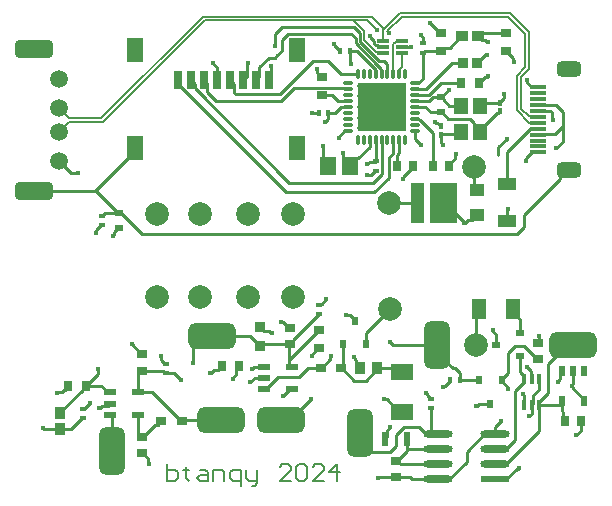
<source format=gbr>
G04*
G04 #@! TF.GenerationSoftware,Altium Limited,Altium Designer,24.9.1 (31)*
G04*
G04 Layer_Physical_Order=1*
G04 Layer_Color=255*
%FSLAX44Y44*%
%MOMM*%
G71*
G04*
G04 #@! TF.SameCoordinates,4108D936-EA1F-4614-87FC-E1DBC89B4A7E*
G04*
G04*
G04 #@! TF.FilePolarity,Positive*
G04*
G01*
G75*
%ADD10C,0.2000*%
%ADD17R,1.4000X0.3000*%
%ADD18R,1.4500X2.0000*%
%ADD19R,0.8000X1.5000*%
%ADD20R,0.5590X0.7240*%
%ADD21R,1.9000X1.4500*%
%ADD22R,1.1500X1.8000*%
%ADD23R,0.9000X1.0500*%
%ADD24R,0.8121X0.6587*%
%ADD25R,0.4000X0.5000*%
%ADD26R,0.8000X0.9000*%
%ADD27R,0.9000X0.8000*%
%ADD28R,0.6587X0.8121*%
%ADD29R,0.5000X0.4000*%
%ADD30R,0.9582X1.1061*%
%ADD31R,0.9000X0.8000*%
G04:AMPARAMS|DCode=32|XSize=2.4692mm|YSize=0.6221mm|CornerRadius=0.3111mm|HoleSize=0mm|Usage=FLASHONLY|Rotation=180.000|XOffset=0mm|YOffset=0mm|HoleType=Round|Shape=RoundedRectangle|*
%AMROUNDEDRECTD32*
21,1,2.4692,0.0000,0,0,180.0*
21,1,1.8470,0.6221,0,0,180.0*
1,1,0.6221,-0.9235,0.0000*
1,1,0.6221,0.9235,0.0000*
1,1,0.6221,0.9235,0.0000*
1,1,0.6221,-0.9235,0.0000*
%
%ADD32ROUNDEDRECTD32*%
%ADD33R,2.4692X0.6221*%
%ADD34R,1.6000X1.0000*%
%ADD35R,0.6000X1.2500*%
%ADD36R,0.8000X0.6000*%
G04:AMPARAMS|DCode=37|XSize=0.55mm|YSize=0.8mm|CornerRadius=0.0495mm|HoleSize=0mm|Usage=FLASHONLY|Rotation=0.000|XOffset=0mm|YOffset=0mm|HoleType=Round|Shape=RoundedRectangle|*
%AMROUNDEDRECTD37*
21,1,0.5500,0.7010,0,0,0.0*
21,1,0.4510,0.8000,0,0,0.0*
1,1,0.0990,0.2255,-0.3505*
1,1,0.0990,-0.2255,-0.3505*
1,1,0.0990,-0.2255,0.3505*
1,1,0.0990,0.2255,0.3505*
%
%ADD37ROUNDEDRECTD37*%
%ADD38R,1.0000X0.6000*%
%ADD39R,0.9500X0.9000*%
%ADD40R,1.1061X0.9582*%
%ADD41R,0.9900X0.3000*%
%ADD42R,1.4546X1.5562*%
%ADD43R,1.3000X1.1000*%
%ADD44R,0.4627X0.5541*%
%ADD45R,1.1500X1.4000*%
%ADD46R,0.8061X0.8582*%
%ADD47R,0.5000X1.5240*%
%ADD48R,1.5240X1.5240*%
%ADD49R,0.7240X0.5590*%
%ADD56R,0.4000X0.9000*%
%ADD62R,4.1000X4.1000*%
G04:AMPARAMS|DCode=63|XSize=0.28mm|YSize=0.9mm|CornerRadius=0.14mm|HoleSize=0mm|Usage=FLASHONLY|Rotation=270.000|XOffset=0mm|YOffset=0mm|HoleType=Round|Shape=RoundedRectangle|*
%AMROUNDEDRECTD63*
21,1,0.2800,0.6200,0,0,270.0*
21,1,0.0000,0.9000,0,0,270.0*
1,1,0.2800,-0.3100,0.0000*
1,1,0.2800,-0.3100,0.0000*
1,1,0.2800,0.3100,0.0000*
1,1,0.2800,0.3100,0.0000*
%
%ADD63ROUNDEDRECTD63*%
G04:AMPARAMS|DCode=64|XSize=0.9mm|YSize=0.28mm|CornerRadius=0.14mm|HoleSize=0mm|Usage=FLASHONLY|Rotation=270.000|XOffset=0mm|YOffset=0mm|HoleType=Round|Shape=RoundedRectangle|*
%AMROUNDEDRECTD64*
21,1,0.9000,0.0000,0,0,270.0*
21,1,0.6200,0.2800,0,0,270.0*
1,1,0.2800,0.0000,-0.3100*
1,1,0.2800,0.0000,0.3100*
1,1,0.2800,0.0000,0.3100*
1,1,0.2800,0.0000,-0.3100*
%
%ADD64ROUNDEDRECTD64*%
%ADD75C,0.5000*%
%ADD77C,0.2540*%
%ADD78C,0.1550*%
G04:AMPARAMS|DCode=79|XSize=2mm|YSize=1.3mm|CornerRadius=0.325mm|HoleSize=0mm|Usage=FLASHONLY|Rotation=180.000|XOffset=0mm|YOffset=0mm|HoleType=Round|Shape=RoundedRectangle|*
%AMROUNDEDRECTD79*
21,1,2.0000,0.6500,0,0,180.0*
21,1,1.3500,1.3000,0,0,180.0*
1,1,0.6500,-0.6750,0.3250*
1,1,0.6500,0.6750,0.3250*
1,1,0.6500,0.6750,-0.3250*
1,1,0.6500,-0.6750,-0.3250*
%
%ADD79ROUNDEDRECTD79*%
%ADD80C,1.5000*%
G04:AMPARAMS|DCode=81|XSize=4mm|YSize=2.2mm|CornerRadius=0.55mm|HoleSize=0mm|Usage=FLASHONLY|Rotation=90.000|XOffset=0mm|YOffset=0mm|HoleType=Round|Shape=RoundedRectangle|*
%AMROUNDEDRECTD81*
21,1,4.0000,1.1000,0,0,90.0*
21,1,2.9000,2.2000,0,0,90.0*
1,1,1.1000,0.5500,1.4500*
1,1,1.1000,0.5500,-1.4500*
1,1,1.1000,-0.5500,-1.4500*
1,1,1.1000,-0.5500,1.4500*
%
%ADD81ROUNDEDRECTD81*%
G04:AMPARAMS|DCode=82|XSize=3.25mm|YSize=1.5mm|CornerRadius=0.375mm|HoleSize=0mm|Usage=FLASHONLY|Rotation=0.000|XOffset=0mm|YOffset=0mm|HoleType=Round|Shape=RoundedRectangle|*
%AMROUNDEDRECTD82*
21,1,3.2500,0.7500,0,0,0.0*
21,1,2.5000,1.5000,0,0,0.0*
1,1,0.7500,1.2500,-0.3750*
1,1,0.7500,-1.2500,-0.3750*
1,1,0.7500,-1.2500,0.3750*
1,1,0.7500,1.2500,0.3750*
%
%ADD82ROUNDEDRECTD82*%
G04:AMPARAMS|DCode=83|XSize=4mm|YSize=2.2mm|CornerRadius=0.55mm|HoleSize=0mm|Usage=FLASHONLY|Rotation=180.000|XOffset=0mm|YOffset=0mm|HoleType=Round|Shape=RoundedRectangle|*
%AMROUNDEDRECTD83*
21,1,4.0000,1.1000,0,0,180.0*
21,1,2.9000,2.2000,0,0,180.0*
1,1,1.1000,-1.4500,0.5500*
1,1,1.1000,1.4500,0.5500*
1,1,1.1000,1.4500,-0.5500*
1,1,1.1000,-1.4500,-0.5500*
%
%ADD83ROUNDEDRECTD83*%
%ADD84C,0.4500*%
%ADD85C,2.0000*%
G36*
X69000Y-53100D02*
Y-86900D01*
X80000D01*
Y-53100D01*
X69000D01*
D02*
G37*
G36*
X85000D02*
Y-86900D01*
X108300D01*
Y-53100D01*
X85000D01*
D02*
G37*
D10*
X-138000Y-291339D02*
Y-305335D01*
X-131002D01*
X-128670Y-303002D01*
Y-300670D01*
Y-298337D01*
X-131002Y-296005D01*
X-138000D01*
X-121672Y-293672D02*
Y-296005D01*
X-124004D01*
X-119339D01*
X-121672D01*
Y-303002D01*
X-119339Y-305335D01*
X-110009Y-296005D02*
X-105344D01*
X-103011Y-298337D01*
Y-305335D01*
X-110009D01*
X-112342Y-303002D01*
X-110009Y-300670D01*
X-103011D01*
X-98346Y-305335D02*
Y-296005D01*
X-91348D01*
X-89016Y-298337D01*
Y-305335D01*
X-75020Y-310000D02*
Y-296005D01*
X-82018D01*
X-84351Y-298337D01*
Y-303002D01*
X-82018Y-305335D01*
X-75020D01*
X-70355Y-296005D02*
Y-303002D01*
X-68023Y-305335D01*
X-61025D01*
Y-307667D01*
X-63358Y-310000D01*
X-65690D01*
X-61025Y-305335D02*
Y-296005D01*
X-33034Y-305335D02*
X-42364D01*
X-33034Y-296005D01*
Y-293672D01*
X-35366Y-291339D01*
X-40032D01*
X-42364Y-293672D01*
X-28369D02*
X-26036Y-291339D01*
X-21371D01*
X-19038Y-293672D01*
Y-303002D01*
X-21371Y-305335D01*
X-26036D01*
X-28369Y-303002D01*
Y-293672D01*
X-5043Y-305335D02*
X-14373D01*
X-5043Y-296005D01*
Y-293672D01*
X-7376Y-291339D01*
X-12041D01*
X-14373Y-293672D01*
X6620Y-305335D02*
Y-291339D01*
X-378Y-298337D01*
X8953D01*
D17*
X176700Y27500D02*
D03*
Y22500D02*
D03*
Y17500D02*
D03*
Y12500D02*
D03*
Y7500D02*
D03*
Y2500D02*
D03*
Y-2500D02*
D03*
Y-7500D02*
D03*
Y-12500D02*
D03*
Y-17500D02*
D03*
Y-22500D02*
D03*
Y-27500D02*
D03*
D18*
X-27250Y-23500D02*
D03*
X-164750D02*
D03*
X-27250Y59500D02*
D03*
X-164750D02*
D03*
D19*
X-128050Y33500D02*
D03*
X-117050D02*
D03*
X-106050D02*
D03*
X-95050D02*
D03*
X-84050D02*
D03*
X-73050D02*
D03*
X-62050D02*
D03*
X-51050D02*
D03*
D20*
X21190Y-170435D02*
D03*
X30690Y-190125D02*
D03*
X11690D02*
D03*
X136190Y-240125D02*
D03*
X126690Y-220435D02*
D03*
X145690D02*
D03*
D21*
X61190Y-213530D02*
D03*
Y-247030D02*
D03*
D22*
X126690Y-160280D02*
D03*
X155690D02*
D03*
D23*
X25940Y-210280D02*
D03*
X40440D02*
D03*
D24*
X-33810Y-190047D02*
D03*
Y-176513D02*
D03*
X176190Y-188513D02*
D03*
Y-202047D02*
D03*
X-158810Y-268513D02*
D03*
Y-282047D02*
D03*
X56190Y-288513D02*
D03*
Y-302047D02*
D03*
D25*
X102190Y-220280D02*
D03*
X110190D02*
D03*
X-9000Y6000D02*
D03*
X-1000D02*
D03*
X9000Y58000D02*
D03*
X17000D02*
D03*
D26*
X-91310Y-208280D02*
D03*
X-76310D02*
D03*
X-221310Y-225280D02*
D03*
X-206310D02*
D03*
X111500Y31000D02*
D03*
X126500D02*
D03*
D27*
X-8810Y-192780D02*
D03*
Y-177780D02*
D03*
X-158810Y-197780D02*
D03*
Y-212780D02*
D03*
X149000Y58500D02*
D03*
Y73500D02*
D03*
X-6000Y21000D02*
D03*
Y36000D02*
D03*
X94000Y73500D02*
D03*
Y58500D02*
D03*
D28*
X212957Y-255280D02*
D03*
X199423D02*
D03*
X70767Y-39000D02*
D03*
X57233D02*
D03*
X100767D02*
D03*
X87233D02*
D03*
D29*
X86190Y-236280D02*
D03*
Y-244280D02*
D03*
X-8810Y-156280D02*
D03*
Y-164280D02*
D03*
X-208810Y-252519D02*
D03*
Y-244519D02*
D03*
X-138810Y-206280D02*
D03*
Y-214280D02*
D03*
X-193000Y-89000D02*
D03*
Y-81000D02*
D03*
X79000Y65000D02*
D03*
Y57000D02*
D03*
X39000Y-43000D02*
D03*
Y-35000D02*
D03*
D30*
X-228000Y-261761D02*
D03*
Y-248239D02*
D03*
D31*
X-142310Y-255280D02*
D03*
X-125310D02*
D03*
X9690Y-210280D02*
D03*
X-7310D02*
D03*
D32*
X92054Y-304330D02*
D03*
Y-291630D02*
D03*
Y-278930D02*
D03*
Y-266230D02*
D03*
X140326D02*
D03*
Y-278930D02*
D03*
Y-291630D02*
D03*
D33*
Y-304330D02*
D03*
D34*
X150000Y-86000D02*
D03*
Y-54000D02*
D03*
D35*
X47190Y-270280D02*
D03*
X65190D02*
D03*
D36*
X-178000Y-91500D02*
D03*
Y-78500D02*
D03*
X94000Y6500D02*
D03*
Y19500D02*
D03*
D37*
X215690Y-212530D02*
D03*
X206190D02*
D03*
X196690D02*
D03*
Y-238030D02*
D03*
X215690D02*
D03*
D38*
X-161810Y-230780D02*
D03*
Y-249780D02*
D03*
X-185810D02*
D03*
Y-240280D02*
D03*
Y-230780D02*
D03*
X-31810Y-208780D02*
D03*
Y-227780D02*
D03*
X-55810D02*
D03*
Y-218280D02*
D03*
Y-208780D02*
D03*
D39*
X-58810Y-175280D02*
D03*
Y-191280D02*
D03*
D40*
X112239Y71000D02*
D03*
X125761D02*
D03*
D41*
X44950Y57000D02*
D03*
Y62000D02*
D03*
Y67000D02*
D03*
X61050D02*
D03*
Y62000D02*
D03*
Y57000D02*
D03*
D42*
X-1000Y-39000D02*
D03*
X17516D02*
D03*
D43*
X125000Y-80500D02*
D03*
Y-59500D02*
D03*
D44*
X94000Y-12543D02*
D03*
Y-5457D02*
D03*
X144000Y14543D02*
D03*
Y7457D02*
D03*
D45*
X111000Y12000D02*
D03*
Y-10000D02*
D03*
X127000D02*
D03*
Y12000D02*
D03*
D46*
X112989Y48000D02*
D03*
X125011D02*
D03*
D47*
X75000Y-70000D02*
D03*
D48*
X97500D02*
D03*
D49*
X141345Y-190280D02*
D03*
X161035Y-180780D02*
D03*
Y-199780D02*
D03*
D56*
X177690Y-241280D02*
D03*
X171190D02*
D03*
X164690D02*
D03*
Y-219280D02*
D03*
X171190D02*
D03*
X177690D02*
D03*
D62*
X44000Y11000D02*
D03*
D63*
X72125Y31000D02*
D03*
Y26000D02*
D03*
Y21000D02*
D03*
Y16000D02*
D03*
Y11000D02*
D03*
Y6000D02*
D03*
Y1000D02*
D03*
Y-4000D02*
D03*
Y-9000D02*
D03*
X15875D02*
D03*
Y-4000D02*
D03*
Y1000D02*
D03*
Y6000D02*
D03*
Y11000D02*
D03*
Y16000D02*
D03*
Y21000D02*
D03*
Y26000D02*
D03*
Y31000D02*
D03*
D64*
X64000Y-17125D02*
D03*
X59000D02*
D03*
X54000D02*
D03*
X49000D02*
D03*
X44000D02*
D03*
X39000D02*
D03*
X34000D02*
D03*
X29000D02*
D03*
X24000D02*
D03*
Y39125D02*
D03*
X29000D02*
D03*
X34000D02*
D03*
X39000D02*
D03*
X44000D02*
D03*
X49000D02*
D03*
X54000D02*
D03*
X59000D02*
D03*
X64000D02*
D03*
D75*
X26000Y-7000D02*
D03*
Y2000D02*
D03*
Y11000D02*
D03*
Y20000D02*
D03*
Y29000D02*
D03*
X35000Y-7000D02*
D03*
Y2000D02*
D03*
Y11000D02*
D03*
Y20000D02*
D03*
Y29000D02*
D03*
X44000Y-7000D02*
D03*
Y2000D02*
D03*
Y11000D02*
D03*
Y20000D02*
D03*
Y29000D02*
D03*
X53000Y-7000D02*
D03*
Y2000D02*
D03*
Y11000D02*
D03*
Y20000D02*
D03*
Y29000D02*
D03*
X62000Y-7000D02*
D03*
Y2000D02*
D03*
Y11000D02*
D03*
Y20000D02*
D03*
Y29000D02*
D03*
D77*
X8375Y-14625D02*
Y-13400D01*
X8000Y-15000D02*
X8375Y-14625D01*
X12775Y-9000D02*
X15875D01*
X8375Y-13400D02*
X12775Y-9000D01*
X193000Y-221470D02*
X195210Y-219260D01*
Y-214010D02*
X196690Y-212530D01*
X195210Y-219260D02*
Y-214010D01*
X193000Y-222000D02*
Y-221470D01*
X215690Y-238030D02*
Y-236780D01*
X205375Y-226465D02*
X215690Y-236780D01*
X205375Y-226465D02*
Y-225375D01*
X205000Y-225000D02*
X205375Y-225375D01*
X164000Y-232530D02*
X164690Y-233220D01*
Y-241280D02*
Y-233220D01*
X164000Y-232530D02*
Y-232000D01*
X145690Y-221260D02*
X150625Y-226195D01*
Y-227625D02*
X151000Y-228000D01*
X145690Y-221260D02*
Y-220435D01*
X150625Y-227625D02*
Y-226195D01*
X17000Y49530D02*
Y58000D01*
X18438Y47562D02*
Y48092D01*
X17000Y49530D02*
X18438Y48092D01*
X34875Y-46625D02*
X38500Y-43000D01*
X32000Y-47000D02*
X32375Y-46625D01*
X38500Y-43000D02*
X39000D01*
X32375Y-46625D02*
X34875D01*
X143000Y-30000D02*
Y-28000D01*
Y-23000D01*
X150000Y-16000D01*
X188625Y375D02*
Y5782D01*
X176930Y7270D02*
X187137D01*
X188625Y5782D01*
X176700Y7500D02*
X176930Y7270D01*
X110267Y-220357D02*
Y-213970D01*
X91190Y-196991D02*
X104384Y-210184D01*
X106482D01*
X110267Y-213970D01*
X91190Y-196991D02*
Y-190280D01*
X116190Y-281131D02*
X131091Y-266230D01*
X140326D01*
X92054Y-304330D02*
X101289D01*
X116190Y-289429D01*
Y-281131D01*
X177690Y-238780D02*
X185000Y-231470D01*
Y-206358D02*
X201078Y-190280D01*
X185000Y-231470D02*
Y-206358D01*
X201078Y-190280D02*
X206190D01*
X177690Y-241280D02*
Y-238780D01*
X-106217Y-183280D02*
X-99810D01*
X-115625Y-192688D02*
X-106217Y-183280D01*
X-115625Y-205625D02*
Y-192688D01*
X-116000Y-206000D02*
X-115625Y-205625D01*
X41375Y-302625D02*
X55612D01*
X56190Y-302047D01*
X41000Y-303000D02*
X41375Y-302625D01*
X81972Y-266230D02*
X87891D01*
X86190Y-264529D02*
X87891Y-266230D01*
X86190Y-264529D02*
Y-244280D01*
X87891Y-266230D02*
X92054D01*
X-6810Y-210280D02*
X625Y-202845D01*
X-7310Y-210280D02*
X-6810D01*
X625Y-202845D02*
Y-200375D01*
X1000Y-200000D01*
X51000Y-188000D02*
X51530D01*
X53810Y-190280D02*
X91190D01*
X51530Y-188000D02*
X53810Y-190280D01*
X82375Y-232965D02*
Y-231375D01*
X82000Y-231000D02*
X82375Y-231375D01*
X85690Y-236280D02*
X86190D01*
X82375Y-232965D02*
X85690Y-236280D01*
X96000Y-226000D02*
X96375Y-225625D01*
X102190Y-220780D02*
Y-220280D01*
X97345Y-225625D02*
X102190Y-220780D01*
X96375Y-225625D02*
X97345D01*
X126613Y-220357D02*
X126690Y-220435D01*
X110267Y-220357D02*
X126613D01*
X124530Y-242000D02*
X126405Y-240125D01*
X124000Y-242000D02*
X124530D01*
X126405Y-240125D02*
X136190D01*
X161035Y-213125D02*
X164690Y-216780D01*
X161035Y-213125D02*
Y-199780D01*
X164690Y-219280D02*
Y-216780D01*
X138000Y-178530D02*
Y-178000D01*
X141345Y-190280D02*
Y-181875D01*
X138000Y-178530D02*
X141345Y-181875D01*
X123690Y-190280D02*
Y-163280D01*
X126690Y-160280D01*
X155690Y-163530D02*
Y-160280D01*
X161035Y-180780D02*
Y-168875D01*
X155690Y-163530D02*
X161035Y-168875D01*
X176190Y-188513D02*
X177000Y-187703D01*
Y-183000D01*
X157000Y-191000D02*
X164376D01*
X151000Y-197000D02*
X157000Y-191000D01*
X151000Y-214300D02*
Y-197000D01*
X164376Y-191000D02*
X175423Y-202047D01*
X145690Y-219610D02*
X151000Y-214300D01*
X145690Y-220435D02*
Y-219610D01*
X175423Y-202047D02*
X176190D01*
X167000Y-209530D02*
Y-209000D01*
X170460Y-218550D02*
X171190Y-219280D01*
X170460Y-218550D02*
Y-212990D01*
X167000Y-209530D02*
X170460Y-212990D01*
X177690Y-227590D02*
Y-219280D01*
X171920Y-233360D02*
X177690Y-227590D01*
X171920Y-240550D02*
Y-233360D01*
X171190Y-241280D02*
X171920Y-240550D01*
X205000Y-224470D02*
X206190Y-223280D01*
Y-212530D01*
X205000Y-225000D02*
Y-224470D01*
X212957Y-263043D02*
Y-255280D01*
X209000Y-267000D02*
X212957Y-263043D01*
X196690Y-246270D02*
Y-239280D01*
Y-238030D01*
X177690Y-241280D02*
X194690D01*
X196690Y-239280D01*
X197829Y-253686D02*
Y-247409D01*
X196690Y-246270D02*
X197829Y-247409D01*
Y-253686D02*
X199423Y-255280D01*
X169000Y-250797D02*
X171190Y-248607D01*
Y-241280D01*
X169000Y-251000D02*
Y-250797D01*
X140326Y-259674D02*
X145000Y-255000D01*
X140326Y-266230D02*
Y-259674D01*
X159625Y-295375D02*
X160000Y-295000D01*
X140326Y-304330D02*
X149561D01*
X158516Y-295375D01*
X159625D01*
X149561Y-291630D02*
X177690Y-263501D01*
X140326Y-291630D02*
X149561D01*
X177690Y-263501D02*
Y-241280D01*
X157113Y-229357D02*
X164690Y-221780D01*
Y-219280D01*
X140326Y-278930D02*
X149561D01*
X157113Y-271378D01*
Y-229357D01*
X60074Y-291630D02*
X92054D01*
X56957Y-288513D02*
X60074Y-291630D01*
X56190Y-288513D02*
X56957D01*
X65190Y-280280D02*
X66540Y-278930D01*
X56957Y-288513D02*
X65190Y-280280D01*
X66540Y-278930D02*
X92054D01*
X56190Y-275810D02*
Y-266820D01*
X35598Y-281000D02*
X51000D01*
X56190Y-275810D01*
X26190Y-271592D02*
X35598Y-281000D01*
X26190Y-271592D02*
Y-265280D01*
X56190Y-266820D02*
X63010Y-260000D01*
X75742D01*
X81972Y-266230D01*
X-33750Y-254280D02*
X-16000Y-236530D01*
Y-236000D01*
X-40810Y-254280D02*
X-33750D01*
X67896Y-302047D02*
X70179Y-304330D01*
X56190Y-302047D02*
X67896D01*
X70179Y-304330D02*
X92054D01*
X65190Y-280280D02*
Y-270280D01*
X48920Y-268550D02*
Y-262610D01*
X51000Y-260530D01*
X47190Y-270280D02*
X48920Y-268550D01*
X51000Y-260530D02*
Y-260000D01*
X46000Y-236000D02*
X46375Y-236375D01*
X58940Y-247030D02*
X61190D01*
X48285Y-236375D02*
X58940Y-247030D01*
X46375Y-236375D02*
X48285D01*
X40440Y-210280D02*
X57940D01*
X61190Y-213530D01*
X30690Y-180780D02*
X51190Y-160280D01*
X30690Y-190125D02*
Y-180780D01*
X14375Y-165375D02*
X16955D01*
X21190Y-170435D02*
Y-169610D01*
X16955Y-165375D02*
X21190Y-169610D01*
X14000Y-165000D02*
X14375Y-165375D01*
X-6550Y-155550D02*
X-3000Y-152000D01*
X-3000D01*
X-8810Y-156280D02*
X-8080Y-155550D01*
X-6550D01*
X-31019Y-185989D02*
X-9310Y-164280D01*
X-33043Y-190047D02*
X-31019Y-188023D01*
X-33810Y-190047D02*
X-33043D01*
X-9310Y-164280D02*
X-8810D01*
X-31019Y-188023D02*
Y-185989D01*
X30470Y-221000D02*
X40440Y-211030D01*
X20910Y-221000D02*
X30470D01*
X10190Y-210280D02*
X20910Y-221000D01*
X21000Y-201530D02*
X22710Y-203240D01*
Y-207050D02*
X25940Y-210280D01*
X22710Y-207050D02*
Y-203240D01*
X21000Y-201530D02*
Y-201000D01*
X9690Y-210280D02*
X10190D01*
X40440Y-211030D02*
Y-210280D01*
X11690Y-208280D02*
Y-190125D01*
X9690Y-210280D02*
X11690Y-208280D01*
X-14625Y-198095D02*
X-9310Y-192780D01*
X-15000Y-200000D02*
X-14625Y-199625D01*
X-9310Y-192780D02*
X-8810D01*
X-14625Y-199625D02*
Y-198095D01*
X-41000Y-171000D02*
X-40625Y-171375D01*
X-34577Y-176513D02*
X-33810D01*
X-39715Y-171375D02*
X-34577Y-176513D01*
X-40625Y-171375D02*
X-39715D01*
X-44030Y-218000D02*
X-26000D01*
X-18280Y-210280D02*
X-7310D01*
X-26000Y-218000D02*
X-18280Y-210280D01*
X-53810Y-227780D02*
X-44030Y-218000D01*
X-55810Y-227780D02*
X-53810D01*
X-55580Y-178510D02*
X-51020D01*
X-49530Y-180000D01*
X-58810Y-175280D02*
X-55580Y-178510D01*
X-49530Y-180000D02*
X-49000D01*
X-38625Y-232595D02*
X-33810Y-227780D01*
X-38625Y-233625D02*
Y-232595D01*
X-33810Y-227780D02*
X-31810D01*
X-39000Y-234000D02*
X-38625Y-233625D01*
X-67000Y-222000D02*
X-63280Y-218280D01*
X-55810D01*
X-138810Y-214280D02*
X-131720D01*
X-126000Y-220000D01*
X-66000Y-211000D02*
X-65827D01*
X-63607Y-208780D02*
X-55810D01*
X-65827Y-211000D02*
X-63607Y-208780D01*
X-82000Y-219000D02*
Y-218470D01*
X-79040Y-211010D02*
X-76310Y-208280D01*
X-79040Y-215510D02*
Y-211010D01*
X-82000Y-218470D02*
X-79040Y-215510D01*
X-94040Y-211510D02*
X-91310Y-208780D01*
X-101000Y-214000D02*
X-100470D01*
X-91310Y-208780D02*
Y-208280D01*
X-97980Y-211510D02*
X-94040D01*
X-100470Y-214000D02*
X-97980Y-211510D01*
X-34000Y-202980D02*
Y-190237D01*
X-33810Y-190047D01*
X-34000Y-207050D02*
X-32270Y-208780D01*
X-34000Y-207050D02*
Y-202980D01*
X-20060Y-189039D01*
X-32270Y-208780D02*
X-31810D01*
X-20060Y-188530D02*
X-9310Y-177780D01*
X-20060Y-189039D02*
Y-188530D01*
X-9310Y-177780D02*
X-8810D01*
X-57577Y-190047D02*
X-33810D01*
X-58810Y-191280D02*
X-57577Y-190047D01*
X-99810Y-183280D02*
X-67060D01*
X-59060Y-191280D01*
X-58810D01*
X-139310Y-206280D02*
X-138810D01*
X-142625Y-202965D02*
X-139310Y-206280D01*
X-142625Y-202965D02*
Y-200375D01*
X-143000Y-200000D02*
X-142625Y-200375D01*
X-167000Y-190090D02*
X-159310Y-197780D01*
X-158810D01*
X-167000Y-190090D02*
Y-190000D01*
X-140810Y-212780D02*
X-139310Y-214280D01*
X-138810D01*
X-158810Y-212780D02*
X-140810D01*
X-150310Y-230780D02*
X-125810Y-255280D01*
X-125310D01*
X-161810Y-230780D02*
X-150310D01*
X-159080Y-212780D02*
X-158810D01*
X-161810Y-230780D02*
Y-215510D01*
X-159080Y-212780D01*
X-124310Y-254280D02*
X-91810D01*
X-125310Y-255280D02*
X-124310Y-254280D01*
X-158043Y-268513D02*
X-147540Y-258010D01*
X-145040D01*
X-142310Y-255280D01*
X-158810Y-268513D02*
X-158043D01*
Y-282047D02*
X-153375Y-286715D01*
X-158810Y-282047D02*
X-158043D01*
X-153375Y-290625D02*
Y-286715D01*
Y-290625D02*
X-153000Y-291000D01*
X-159577Y-268513D02*
X-158810D01*
X-161810Y-266280D02*
Y-249780D01*
Y-266280D02*
X-159577Y-268513D01*
X-187540Y-242010D02*
X-185810Y-240280D01*
X-192480Y-242010D02*
X-187540D01*
X-194470Y-244000D02*
X-192480Y-242010D01*
X-195000Y-244000D02*
X-194470D01*
X-206789Y-243789D02*
X-203000Y-240000D01*
X-203000D01*
X-208810Y-244519D02*
X-208080Y-243789D01*
X-206789D01*
X-185540Y-249780D02*
X-183810Y-251510D01*
Y-280280D02*
Y-251510D01*
X-185810Y-249780D02*
X-185540D01*
X-209040Y-227510D02*
X-196375Y-214845D01*
X-193310Y-225280D02*
X-187810Y-230780D01*
X-206310Y-225280D02*
X-193310D01*
X-187810Y-230780D02*
X-185810D01*
X-228000Y-248239D02*
Y-247500D01*
X-209040Y-228540D01*
Y-227510D01*
X-218552Y-261761D02*
X-209310Y-252519D01*
X-208810D01*
X-228000Y-261761D02*
X-218552D01*
X-224040Y-228510D02*
X-221310Y-225780D01*
X-231000Y-231000D02*
X-230625Y-230625D01*
X-221310Y-225780D02*
Y-225280D01*
X-224540Y-228510D02*
X-224040D01*
X-226655Y-230625D02*
X-224540Y-228510D01*
X-230625Y-230625D02*
X-226655D01*
X-242470Y-261000D02*
X-241709Y-261761D01*
X-243000Y-261000D02*
X-242470D01*
X-241709Y-261761D02*
X-228000D01*
X-196375Y-214845D02*
Y-211375D01*
X-196000Y-211000D01*
X-182625Y-95125D02*
X-179000Y-91500D01*
X-183000Y-98000D02*
X-182625Y-97625D01*
X-179000Y-91500D02*
X-178000D01*
X-182625Y-97625D02*
Y-95125D01*
X-197625Y-93125D02*
X-193500Y-89000D01*
X-197625Y-95625D02*
Y-93125D01*
X-193500Y-89000D02*
X-193000D01*
X-198000Y-96000D02*
X-197625Y-95625D01*
X72125Y-16125D02*
X77000Y-21000D01*
X72125Y-16125D02*
Y-9000D01*
X4000Y63500D02*
Y64000D01*
X9000Y58000D02*
Y58500D01*
X4000Y63500D02*
X9000Y58500D01*
X-42000Y22000D02*
X-14000Y50000D01*
X-1548D02*
X9327Y39125D01*
X-14000Y50000D02*
X-1548D01*
X-79832Y22000D02*
X-42000D01*
X-81320Y23488D02*
X-79832Y22000D01*
X-81320Y23488D02*
Y30770D01*
X-96000Y16000D02*
X-41000D01*
X-29730Y27270D01*
X11435D01*
X-103871Y23871D02*
X-96000Y16000D01*
X-84050Y33500D02*
X-81320Y30770D01*
X9327Y39125D02*
X24000D01*
X197502Y-18498D02*
Y-5498D01*
X192000Y-24000D02*
X197502Y-18498D01*
X188625Y375D02*
X189000Y0D01*
X176930Y12270D02*
X191730D01*
X197502Y6498D01*
Y-5498D02*
Y6498D01*
X176930Y-12270D02*
X190730D01*
X197502Y-5498D01*
X176700Y12500D02*
X176930Y12270D01*
X176700Y-12500D02*
X176930Y-12270D01*
X125761Y71000D02*
X129282Y67479D01*
X131991D01*
X133470Y66000D01*
X134000D01*
X95000Y19500D02*
X100500Y25000D01*
X101000D01*
X91375Y-2375D02*
X94000Y-5000D01*
Y-5457D02*
Y-5000D01*
X89375Y-2375D02*
X91375D01*
X89000Y-2000D02*
X89375Y-2375D01*
X33800Y-35730D02*
X38270D01*
X32000Y-37000D02*
X32530D01*
X38270Y-35730D02*
X39000Y-35000D01*
X32530Y-37000D02*
X33800Y-35730D01*
X-1000Y1000D02*
Y6000D01*
X-4000Y-2000D02*
X-1000Y1000D01*
X39060Y63230D02*
X40270D01*
X37730Y64560D02*
X39060Y63230D01*
X41500Y62000D02*
X44950D01*
X40270Y63230D02*
X41500Y62000D01*
X37730Y64560D02*
Y66810D01*
X34070Y70470D02*
X37730Y66810D01*
X34070Y70470D02*
Y71000D01*
X-35000Y73000D02*
X18000D01*
X22000Y64994D02*
Y69000D01*
X18000Y73000D02*
X22000Y69000D01*
X26000Y66000D02*
Y74000D01*
X21000Y79000D02*
X26000Y74000D01*
Y66000D02*
X42000Y50000D01*
X-40000Y79000D02*
X21000D01*
X22000Y64994D02*
X40534Y46460D01*
X38950Y39175D02*
X39000Y39125D01*
X38950Y39175D02*
Y42465D01*
X17000Y58000D02*
X23415D01*
X38950Y42465D01*
X-5713Y-34286D02*
Y-22480D01*
Y-34286D02*
X-1000Y-39000D01*
X106625Y-32375D02*
Y-29375D01*
X100767Y-39000D02*
Y-38233D01*
X106625Y-32375D01*
Y-29375D02*
X107000Y-29000D01*
X62000Y-50000D02*
X62375Y-49625D01*
X70767Y-39767D02*
Y-39000D01*
X62375Y-48159D02*
X70767Y-39767D01*
X62375Y-49625D02*
Y-48159D01*
X57233Y-29776D02*
X59000Y-28009D01*
Y-17125D01*
X57233Y-39000D02*
Y-29776D01*
X50000Y-70000D02*
X75000D01*
X150000Y-86000D02*
Y-76530D01*
X151000Y-75530D01*
Y-75000D01*
X114000Y-87000D02*
Y-86500D01*
X97500Y-70000D02*
X114000Y-86500D01*
X116800Y-84730D02*
X120770D01*
X114530Y-87000D02*
X116800Y-84730D01*
X114000Y-87000D02*
X114530D01*
X120770Y-84730D02*
X125000Y-80500D01*
X122500Y-57000D02*
X125000Y-59500D01*
X122500Y-57000D02*
Y-40000D01*
X159000Y-97000D02*
X165000Y-91000D01*
Y-91000D02*
Y-80400D01*
X-158500Y-97000D02*
X159000D01*
X165000Y-91000D01*
X-158500Y-97000D02*
X159000D01*
X-177000Y-78500D02*
X-158500Y-97000D01*
X-178000Y-78500D02*
X-177000D01*
X-179000D02*
X-178000D01*
X195192Y-50208D02*
Y-47779D01*
X165000Y-80400D02*
X195192Y-50208D01*
X200272Y-42700D02*
X202700D01*
X195192Y-47779D02*
X200272Y-42700D01*
X167375Y31325D02*
X171200Y27500D01*
X167375Y31325D02*
Y33625D01*
X167000Y34000D02*
X167375Y33625D01*
X171200Y27500D02*
X176700D01*
X166375Y-32325D02*
X171200Y-27500D01*
X176700D01*
X166375Y-34625D02*
Y-32325D01*
X166000Y-35000D02*
X166375Y-34625D01*
X169760Y-7730D02*
X176470D01*
X176700Y-7500D01*
X150000Y-54000D02*
Y-27490D01*
X169760Y-7730D01*
X149500Y58500D02*
X155625Y52375D01*
Y49375D02*
X156000Y49000D01*
X149000Y58500D02*
X149500D01*
X155625Y49375D02*
Y52375D01*
X128261Y73500D02*
X149000D01*
X125761Y71000D02*
X128261Y73500D01*
X147625Y18625D02*
Y21625D01*
X144000Y14543D02*
Y15000D01*
X147625Y18625D01*
Y21625D02*
X148000Y22000D01*
X94000Y-12543D02*
X94654Y-13197D01*
Y-19124D02*
Y-13197D01*
Y-19124D02*
X96000Y-20470D01*
Y-21000D02*
Y-20470D01*
X75295Y1000D02*
X76625Y-330D01*
X76745D01*
X87233Y-10818D01*
Y-39000D02*
Y-10818D01*
X72125Y1000D02*
X75295D01*
X85533Y6500D02*
X94000D01*
X81033Y11000D02*
X85533Y6500D01*
X72125Y11000D02*
X81033D01*
X94000Y6500D02*
X95000D01*
X84006Y16000D02*
X87506Y19500D01*
X72125Y16000D02*
X84006D01*
X87506Y19500D02*
X94000D01*
X127875Y-7875D02*
X141706Y5956D01*
X127000Y-10000D02*
Y-7000D01*
X125250D02*
X127000D01*
X122520Y-4270D02*
X125250Y-7000D01*
X122520Y-4270D02*
Y-2520D01*
X119000Y1000D02*
X122520Y-2520D01*
X100500Y1000D02*
X119000D01*
X95000Y6500D02*
X100500Y1000D01*
X141706Y5956D02*
X142956D01*
X144000Y7000D01*
Y7457D01*
X96730Y16770D02*
Y17770D01*
X95000Y19500D02*
X96730Y17770D01*
X101500Y12000D02*
X111000D01*
X96730Y16770D02*
X101500Y12000D01*
X94000Y19500D02*
X95000D01*
X94320Y-12223D02*
X108777D01*
X94000Y-12543D02*
X94320Y-12223D01*
X108777D02*
X111000Y-10000D01*
X129543Y14543D02*
X144000D01*
X127000Y12000D02*
X129543Y14543D01*
X131625Y36625D02*
X133625D01*
X126500Y31000D02*
Y31500D01*
X131625Y36625D01*
X133625D02*
X134000Y37000D01*
X125011Y48261D02*
X131375Y54625D01*
X125011Y48000D02*
Y48261D01*
X131375Y54625D02*
X132625D01*
X133000Y55000D01*
X94000Y31000D02*
X111500D01*
X84000Y21000D02*
X94000Y31000D01*
X72125Y21000D02*
X84000D01*
X72125Y26000D02*
X81762D01*
X103762Y48000D01*
X112989D01*
X77000Y71607D02*
Y72000D01*
X79000Y65000D02*
Y69607D01*
X77000Y71607D02*
X79000Y69607D01*
X85000Y82000D02*
X93500Y73500D01*
X94000D01*
X85000Y82000D02*
X85000D01*
X96730Y61230D02*
X101730D01*
X111500Y71000D02*
X112239D01*
X101730Y61230D02*
X111500Y71000D01*
X94000Y58500D02*
X96730Y61230D01*
X79000Y57000D02*
X79500D01*
X81000Y58500D02*
X94000D01*
X79500Y57000D02*
X81000Y58500D01*
X75225Y31000D02*
X79000Y34775D01*
X72125Y31000D02*
X75225D01*
X79000Y34775D02*
Y57000D01*
X-51206Y52600D02*
X-46400D01*
X-44372Y54628D01*
X-44372D01*
X-40480Y58520D01*
Y67520D01*
X-35000Y73000D01*
X42000Y50000D02*
X46000D01*
X49000Y47000D01*
X40540Y46460D02*
X43950Y43050D01*
X40534Y46460D02*
X40540D01*
X43950Y39175D02*
Y43050D01*
Y39175D02*
X44000Y39125D01*
X-59320Y44486D02*
X-51206Y52600D01*
X-59320Y36230D02*
Y44486D01*
X-62050Y33500D02*
X-59320Y36230D01*
X-46000Y63000D02*
Y73000D01*
X-40000Y79000D01*
X49000Y39125D02*
Y47000D01*
X-50000Y34550D02*
Y46000D01*
X-51050Y33500D02*
X-50000Y34550D01*
X11000Y-28530D02*
X11513Y-29043D01*
X11000Y-28530D02*
Y-28000D01*
X11513Y-32997D02*
X17516Y-39000D01*
X11513Y-32997D02*
Y-29043D01*
X17516Y-39000D02*
Y-38492D01*
X23519Y-32489D01*
X24027D02*
X34000Y-22516D01*
X23519Y-32489D02*
X24027D01*
X34000Y-22516D02*
Y-17125D01*
X36710Y-53000D02*
X44000Y-45710D01*
X-34260Y-53000D02*
X36710D01*
X-114320Y27060D02*
X-34260Y-53000D01*
X-114320Y27060D02*
Y30770D01*
X44000Y-45710D02*
Y-17125D01*
X-117050Y33500D02*
X-114320Y30770D01*
X39000Y-35000D02*
Y-17125D01*
X38000Y-61000D02*
X50000Y-49000D01*
Y-32003D02*
X54000Y-28003D01*
X50000Y-49000D02*
Y-32003D01*
X-37260Y-61000D02*
X38000D01*
X-123524Y25264D02*
X-37260Y-61000D01*
X-70320Y36230D02*
Y46150D01*
X-69000Y47470D01*
Y48000D01*
X-73050Y33500D02*
X-70320Y36230D01*
X-95050Y33500D02*
Y44050D01*
X-99000Y48000D02*
X-95050Y44050D01*
X-106050Y33500D02*
X-103871Y31321D01*
Y23871D02*
Y31321D01*
X12705Y26000D02*
X15875D01*
X11435Y27270D02*
X12705Y26000D01*
X54000Y-28003D02*
Y-17125D01*
X-123524Y25264D02*
Y25474D01*
X-128050Y30000D02*
X-123524Y25474D01*
X-128050Y30000D02*
Y33500D01*
X-190000Y-78500D02*
X-179000D01*
X-192500Y-81000D02*
X-190000Y-78500D01*
X-193000Y-81000D02*
X-192500D01*
X-197500Y-60000D02*
X-179000Y-78500D01*
X-198500Y-60000D02*
X-197500D01*
X61050Y62000D02*
X69000D01*
X-10625Y40125D02*
Y42625D01*
X-11000Y43000D02*
X-10625Y42625D01*
X-6500Y36000D02*
X-6000D01*
X-10625Y40125D02*
X-6500Y36000D01*
X-15000Y6000D02*
X-9000D01*
X-9000Y6000D01*
X2467Y21000D02*
X7467Y16000D01*
X15875D01*
X-6000Y21000D02*
X2467D01*
X4810Y6000D02*
X9760Y10950D01*
X15825D01*
X15875Y11000D01*
X-1000Y6000D02*
X4810D01*
X-164750Y-26250D02*
Y-23500D01*
X-198500Y-60000D02*
X-164750Y-26250D01*
X-250000Y-60000D02*
X-198500D01*
X-219060Y-44940D02*
X-213060D01*
X-229000Y-35000D02*
X-219060Y-44940D01*
X-213060D02*
X-213000Y-45000D01*
X176700Y27500D02*
X177500D01*
D78*
X161975Y9450D02*
Y36081D01*
X176243Y2957D02*
X176700Y2500D01*
X161975Y9450D02*
X168468Y2957D01*
X176243D01*
X20106Y84200D02*
X29045Y75261D01*
X20106Y84200D02*
X31800D01*
X-105779D02*
X20106D01*
X29045Y67955D02*
Y75261D01*
X31800Y84200D02*
X40000Y76000D01*
X-191754Y-1775D02*
X-105779Y84200D01*
X29045Y67955D02*
X39275Y57725D01*
X44225D02*
X44950Y57000D01*
X39275Y57725D02*
X44225D01*
X49000Y75000D02*
X61025Y87025D01*
X45650Y76670D02*
Y78088D01*
X36188Y87550D02*
X45650Y78088D01*
X-107450Y87550D02*
X36188D01*
X46043Y77063D02*
X59555Y90575D01*
X45650Y76670D02*
X46043Y77063D01*
X-193225Y1775D02*
X-107450Y87550D01*
X168925Y43031D02*
Y74075D01*
X161975Y36081D02*
X168925Y43031D01*
X152425Y90575D02*
X168925Y74075D01*
X59555Y90575D02*
X152425D01*
X45650Y67700D02*
Y76670D01*
X44950Y67000D02*
X45650Y67700D01*
X150955Y87025D02*
X165375Y72604D01*
X61025Y87025D02*
X150955D01*
X165375Y44502D02*
Y72604D01*
X49000Y75000D02*
X50000Y74000D01*
X50675D01*
X158425Y7980D02*
X168904Y-2500D01*
X176700D01*
X158425Y37552D02*
X165375Y44502D01*
X158425Y7980D02*
Y37552D01*
X-220775Y-1775D02*
X-191754D01*
X-220775Y1775D02*
X-193225D01*
X-229000Y10000D02*
X-220775Y1775D01*
X-229000Y-10000D02*
X-220775Y-1775D01*
X54000Y39125D02*
Y64000D01*
X56275Y66275D01*
X60325D01*
X61050Y67000D01*
X59000Y39125D02*
Y42563D01*
X61050Y44613D01*
Y57000D01*
D79*
X202700Y42700D02*
D03*
Y-42700D02*
D03*
D80*
X-229000Y-10000D02*
D03*
Y10000D02*
D03*
Y-35000D02*
D03*
Y35000D02*
D03*
D81*
X26190Y-265280D02*
D03*
X91190Y-190280D02*
D03*
X-183810Y-280280D02*
D03*
D82*
X-250000Y-60000D02*
D03*
Y60000D02*
D03*
D83*
X-99810Y-183280D02*
D03*
X206190Y-190280D02*
D03*
X-40810Y-254280D02*
D03*
X-91810D02*
D03*
D84*
X8000Y-15000D02*
D03*
X193000Y-222000D02*
D03*
X164000Y-232000D02*
D03*
X151000Y-228000D02*
D03*
X18438Y47562D02*
D03*
X32000Y-47000D02*
D03*
X-116000Y-206000D02*
D03*
X41000Y-303000D02*
D03*
X1000Y-200000D02*
D03*
X51000Y-188000D02*
D03*
X82000Y-231000D02*
D03*
X96000Y-226000D02*
D03*
X124000Y-242000D02*
D03*
X138000Y-178000D02*
D03*
X177000Y-183000D02*
D03*
X167000Y-209000D02*
D03*
X205000Y-225000D02*
D03*
X209000Y-267000D02*
D03*
X169000Y-251000D02*
D03*
X145000Y-255000D02*
D03*
X160000Y-295000D02*
D03*
X-16000Y-236000D02*
D03*
X51000Y-260000D02*
D03*
X46000Y-236000D02*
D03*
X14000Y-165000D02*
D03*
X-3000Y-152000D02*
D03*
X21000Y-201000D02*
D03*
X-15000Y-200000D02*
D03*
X-41000Y-171000D02*
D03*
X-49000Y-180000D02*
D03*
X-39000Y-234000D02*
D03*
X-67000Y-222000D02*
D03*
X-126000Y-220000D02*
D03*
X-66000Y-211000D02*
D03*
X-82000Y-219000D02*
D03*
X-101000Y-214000D02*
D03*
X-143000Y-200000D02*
D03*
X-167000Y-190000D02*
D03*
X-153000Y-291000D02*
D03*
X-195000Y-244000D02*
D03*
X-203000Y-240000D02*
D03*
X-231000Y-231000D02*
D03*
X-243000Y-261000D02*
D03*
X-196000Y-211000D02*
D03*
X-183000Y-98000D02*
D03*
X-198000Y-96000D02*
D03*
X77000Y-21000D02*
D03*
X4000Y64000D02*
D03*
X192000Y-24000D02*
D03*
X150000Y-16000D02*
D03*
X189000Y0D02*
D03*
X134000Y66000D02*
D03*
X101000Y25000D02*
D03*
X89000Y-2000D02*
D03*
X32000Y-37000D02*
D03*
X-4000Y-2000D02*
D03*
X34070Y71000D02*
D03*
X-5713Y-22480D02*
D03*
X107000Y-29000D02*
D03*
X62000Y-50000D02*
D03*
X50675Y74000D02*
D03*
X40000Y76000D02*
D03*
X151000Y-75000D02*
D03*
X114000Y-87000D02*
D03*
X167000Y34000D02*
D03*
X166000Y-35000D02*
D03*
X156000Y49000D02*
D03*
X148000Y22000D02*
D03*
X96000Y-21000D02*
D03*
X134000Y37000D02*
D03*
X133000Y55000D02*
D03*
X77000Y72000D02*
D03*
X85000Y82000D02*
D03*
X-50000Y46000D02*
D03*
X-46000Y63000D02*
D03*
X11000Y-28000D02*
D03*
X-69000Y48000D02*
D03*
X-99000D02*
D03*
X69000Y62000D02*
D03*
X-11000Y43000D02*
D03*
X-15000Y6000D02*
D03*
X-213000Y-45000D02*
D03*
D85*
X-109810Y-150280D02*
D03*
X-68810D02*
D03*
X-145810D02*
D03*
X51190Y-160280D02*
D03*
X-30810Y-150280D02*
D03*
X123690Y-190280D02*
D03*
X-30812Y-79724D02*
D03*
X-68812D02*
D03*
X-109812D02*
D03*
X-145812D02*
D03*
X122500Y-40000D02*
D03*
X50000Y-70000D02*
D03*
M02*

</source>
